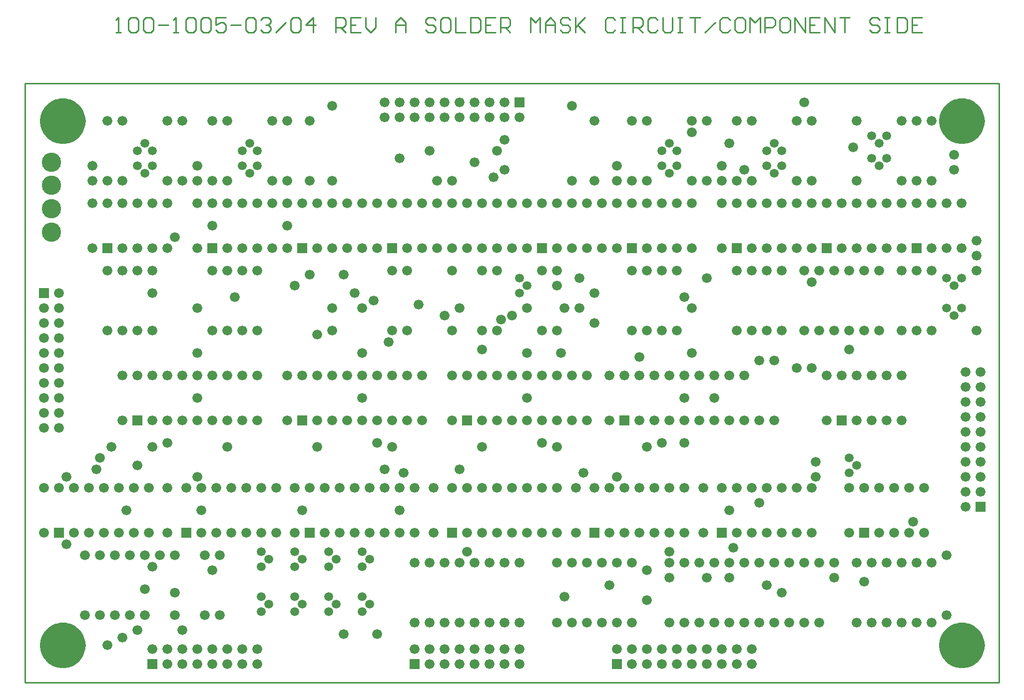
<source format=gbs>
*%FSLAX23Y23*%
*%MOIN*%
G01*
%ADD11C,0.006*%
%ADD12C,0.007*%
%ADD13C,0.008*%
%ADD14C,0.010*%
%ADD15C,0.012*%
%ADD16C,0.020*%
%ADD17C,0.032*%
%ADD18C,0.036*%
%ADD19C,0.050*%
%ADD20C,0.052*%
%ADD21C,0.055*%
%ADD22C,0.056*%
%ADD23C,0.059*%
%ADD24C,0.062*%
%ADD25C,0.066*%
%ADD26C,0.070*%
%ADD27C,0.090*%
%ADD28C,0.125*%
%ADD29C,0.129*%
%ADD30C,0.140*%
%ADD31C,0.160*%
%ADD32C,0.250*%
%ADD33R,0.062X0.062*%
%ADD34R,0.066X0.066*%
D14*
X6799Y10183D02*
X6832D01*
X6816D01*
Y10283D01*
X6817D01*
X6816D02*
X6799Y10266D01*
X6882D02*
X6899Y10283D01*
X6932D01*
X6949Y10266D01*
Y10200D01*
X6932Y10183D01*
X6899D01*
X6882Y10200D01*
Y10266D01*
X6982D02*
X6999Y10283D01*
X7032D01*
X7049Y10266D01*
Y10200D01*
X7032Y10183D01*
X6999D01*
X6982Y10200D01*
Y10266D01*
X7082Y10233D02*
X7149D01*
X7182Y10183D02*
X7216D01*
X7199D01*
Y10283D01*
X7200D01*
X7199D02*
X7182Y10266D01*
X7266D02*
X7282Y10283D01*
X7316D01*
X7332Y10266D01*
Y10200D01*
X7316Y10183D01*
X7282D01*
X7266Y10200D01*
Y10266D01*
X7365D02*
X7382Y10283D01*
X7415D01*
X7432Y10266D01*
Y10200D01*
X7415Y10183D01*
X7382D01*
X7365Y10200D01*
Y10266D01*
X7465Y10283D02*
X7532D01*
X7465D02*
Y10233D01*
X7499Y10250D01*
X7515D01*
X7532Y10233D01*
Y10200D01*
X7515Y10183D01*
X7482D01*
X7465Y10200D01*
X7565Y10233D02*
X7632D01*
X7665Y10266D02*
X7682Y10283D01*
X7715D01*
X7732Y10266D01*
Y10200D01*
X7715Y10183D01*
X7682D01*
X7665Y10200D01*
Y10266D01*
X7765D02*
X7782Y10283D01*
X7815D01*
X7832Y10266D01*
Y10250D01*
X7833D01*
X7832D02*
X7833D01*
X7832D02*
X7833D01*
X7832D02*
X7815Y10233D01*
X7799D01*
X7815D01*
X7832Y10216D01*
Y10200D01*
X7815Y10183D01*
X7782D01*
X7765Y10200D01*
X7865Y10183D02*
X7932Y10250D01*
X7965Y10266D02*
X7982Y10283D01*
X8015D01*
X8032Y10266D01*
Y10200D01*
X8015Y10183D01*
X7982D01*
X7965Y10200D01*
Y10266D01*
X8115Y10283D02*
Y10183D01*
X8065Y10233D02*
X8115Y10283D01*
X8132Y10233D02*
X8065D01*
X8265Y10183D02*
Y10283D01*
X8315D01*
X8332Y10266D01*
Y10233D01*
X8315Y10216D01*
X8265D01*
X8299D02*
X8332Y10183D01*
X8365Y10283D02*
X8432D01*
X8365D02*
Y10183D01*
X8432D01*
X8398Y10233D02*
X8365D01*
X8465Y10216D02*
Y10283D01*
Y10216D02*
X8498Y10183D01*
X8532Y10216D01*
Y10283D01*
X8665Y10250D02*
Y10183D01*
Y10250D02*
X8698Y10283D01*
X8732Y10250D01*
Y10183D01*
Y10233D01*
X8665D01*
X8915Y10283D02*
X8932Y10266D01*
X8915Y10283D02*
X8882D01*
X8865Y10266D01*
Y10250D01*
X8882Y10233D01*
X8915D01*
X8932Y10216D01*
Y10200D01*
X8915Y10183D01*
X8882D01*
X8865Y10200D01*
X8982Y10283D02*
X9015D01*
X8982D02*
X8965Y10266D01*
Y10200D01*
X8982Y10183D01*
X9015D01*
X9032Y10200D01*
Y10266D01*
X9015Y10283D01*
X9065D02*
Y10183D01*
X9132D01*
X9165D02*
Y10283D01*
Y10183D02*
X9215D01*
X9232Y10200D01*
Y10266D01*
X9215Y10283D01*
X9165D01*
X9265D02*
X9332D01*
X9265D02*
Y10183D01*
X9332D01*
X9298Y10233D02*
X9265D01*
X9365Y10183D02*
Y10283D01*
X9415D01*
X9431Y10266D01*
Y10233D01*
X9415Y10216D01*
X9365D01*
X9398D02*
X9431Y10183D01*
X9565D02*
Y10283D01*
X9598Y10250D01*
X9631Y10283D01*
Y10183D01*
X9665D02*
Y10250D01*
X9698Y10283D01*
X9731Y10250D01*
Y10183D01*
Y10233D01*
X9665D01*
X9815Y10283D02*
X9831Y10266D01*
X9815Y10283D02*
X9781D01*
X9765Y10266D01*
Y10250D01*
X9781Y10233D01*
X9815D01*
X9831Y10216D01*
Y10200D01*
X9815Y10183D01*
X9781D01*
X9765Y10200D01*
X9865Y10183D02*
Y10283D01*
Y10216D02*
Y10183D01*
Y10216D02*
X9931Y10283D01*
X9881Y10233D01*
X9931Y10183D01*
X10115Y10283D02*
X10131Y10266D01*
X10115Y10283D02*
X10081D01*
X10065Y10266D01*
Y10200D01*
X10081Y10183D01*
X10115D01*
X10131Y10200D01*
X10165Y10283D02*
X10198D01*
X10181D01*
Y10183D01*
X10165D01*
X10198D01*
X10248D02*
Y10283D01*
X10298D01*
X10315Y10266D01*
Y10233D01*
X10298Y10216D01*
X10248D01*
X10281D02*
X10315Y10183D01*
X10414Y10266D02*
X10398Y10283D01*
X10365D01*
X10348Y10266D01*
Y10200D01*
X10365Y10183D01*
X10398D01*
X10414Y10200D01*
X10448D02*
Y10283D01*
Y10200D02*
X10464Y10183D01*
X10498D01*
X10514Y10200D01*
Y10283D01*
X10548D02*
X10581D01*
X10564D01*
Y10183D01*
X10548D01*
X10581D01*
X10631Y10283D02*
X10698D01*
X10664D01*
Y10183D01*
X10731D02*
X10798Y10250D01*
X10881Y10283D02*
X10898Y10266D01*
X10881Y10283D02*
X10848D01*
X10831Y10266D01*
Y10200D01*
X10848Y10183D01*
X10881D01*
X10898Y10200D01*
X10948Y10283D02*
X10981D01*
X10948D02*
X10931Y10266D01*
Y10200D01*
X10948Y10183D01*
X10981D01*
X10998Y10200D01*
Y10266D01*
X10981Y10283D01*
X11031D02*
Y10183D01*
X11064Y10250D02*
X11031Y10283D01*
X11064Y10250D02*
X11098Y10283D01*
Y10183D01*
X11131D02*
Y10283D01*
X11181D01*
X11198Y10266D01*
Y10233D01*
X11181Y10216D01*
X11131D01*
X11248Y10283D02*
X11281D01*
X11248D02*
X11231Y10266D01*
Y10200D01*
X11248Y10183D01*
X11281D01*
X11298Y10200D01*
Y10266D01*
X11281Y10283D01*
X11331D02*
Y10183D01*
X11398D02*
X11331Y10283D01*
X11398D02*
Y10183D01*
X11431Y10283D02*
X11497D01*
X11431D02*
Y10183D01*
X11497D01*
X11464Y10233D02*
X11431D01*
X11531Y10183D02*
Y10283D01*
X11597Y10183D01*
Y10283D01*
X11631D02*
X11697D01*
X11664D01*
Y10183D01*
X11881Y10283D02*
X11897Y10266D01*
X11881Y10283D02*
X11847D01*
X11831Y10266D01*
Y10250D01*
X11847Y10233D01*
X11881D01*
X11897Y10216D01*
Y10200D01*
X11881Y10183D01*
X11847D01*
X11831Y10200D01*
X11931Y10283D02*
X11964D01*
X11947D01*
Y10183D01*
X11931D01*
X11964D01*
X12014D02*
Y10283D01*
Y10183D02*
X12064D01*
X12081Y10200D01*
Y10266D01*
X12064Y10283D01*
X12014D01*
X12114D02*
X12181D01*
X12114D02*
Y10183D01*
X12181D01*
X12147Y10233D02*
X12114D01*
X12694Y9843D02*
X6194D01*
Y5843D02*
X12694D01*
Y9843D01*
X6194D02*
Y5843D01*
D19*
X6317Y6093D02*
X6318D01*
X6317D02*
X6317Y6083D01*
X6319Y6073D01*
X6321Y6063D01*
X6324Y6053D01*
X6327Y6043D01*
X6332Y6034D01*
X6337Y6025D01*
X6342Y6017D01*
X6349Y6009D01*
X6356Y6001D01*
X6364Y5995D01*
X6372Y5988D01*
X6380Y5983D01*
X6390Y5978D01*
X6399Y5974D01*
X6409Y5971D01*
X6419Y5969D01*
X6429Y5967D01*
X6439Y5966D01*
X6449D01*
X6459Y5967D01*
X6469Y5969D01*
X6479Y5971D01*
X6489Y5974D01*
X6498Y5978D01*
X6508Y5983D01*
X6516Y5988D01*
X6524Y5995D01*
X6532Y6001D01*
X6539Y6009D01*
X6546Y6017D01*
X6551Y6025D01*
X6556Y6034D01*
X6561Y6043D01*
X6564Y6053D01*
X6567Y6063D01*
X6569Y6073D01*
X6571Y6083D01*
X6571Y6093D01*
X6572D01*
X6571D02*
X6571Y6103D01*
X6569Y6113D01*
X6567Y6123D01*
X6564Y6133D01*
X6561Y6143D01*
X6556Y6152D01*
X6551Y6161D01*
X6546Y6169D01*
X6539Y6177D01*
X6532Y6185D01*
X6524Y6191D01*
X6516Y6198D01*
X6508Y6203D01*
X6498Y6208D01*
X6489Y6212D01*
X6479Y6215D01*
X6469Y6217D01*
X6459Y6219D01*
X6449Y6220D01*
X6439D01*
X6429Y6219D01*
X6419Y6217D01*
X6409Y6215D01*
X6399Y6212D01*
X6390Y6208D01*
X6380Y6203D01*
X6372Y6198D01*
X6364Y6191D01*
X6356Y6185D01*
X6349Y6177D01*
X6342Y6169D01*
X6337Y6161D01*
X6332Y6152D01*
X6327Y6143D01*
X6324Y6133D01*
X6321Y6123D01*
X6319Y6113D01*
X6317Y6103D01*
X6317Y6093D01*
X6365D02*
X6366D01*
X6365D02*
X6366Y6084D01*
X6367Y6075D01*
X6370Y6066D01*
X6373Y6058D01*
X6378Y6050D01*
X6383Y6042D01*
X6390Y6036D01*
X6397Y6030D01*
X6404Y6025D01*
X6413Y6020D01*
X6421Y6017D01*
X6430Y6015D01*
X6439Y6014D01*
X6449D01*
X6458Y6015D01*
X6467Y6017D01*
X6475Y6020D01*
X6484Y6025D01*
X6491Y6030D01*
X6498Y6036D01*
X6505Y6042D01*
X6510Y6050D01*
X6515Y6058D01*
X6518Y6066D01*
X6521Y6075D01*
X6522Y6084D01*
X6523Y6093D01*
X6524D01*
X6523D02*
X6522Y6102D01*
X6521Y6111D01*
X6518Y6120D01*
X6515Y6128D01*
X6510Y6136D01*
X6505Y6144D01*
X6498Y6150D01*
X6491Y6156D01*
X6484Y6161D01*
X6475Y6166D01*
X6467Y6169D01*
X6458Y6171D01*
X6449Y6172D01*
X6439D01*
X6430Y6171D01*
X6421Y6169D01*
X6413Y6166D01*
X6404Y6161D01*
X6397Y6156D01*
X6390Y6150D01*
X6383Y6144D01*
X6378Y6136D01*
X6373Y6128D01*
X6370Y6120D01*
X6367Y6111D01*
X6366Y6102D01*
X6365Y6093D01*
X6413D02*
X6414D01*
X6413D02*
X6414Y6087D01*
X6416Y6080D01*
X6419Y6075D01*
X6423Y6070D01*
X6428Y6066D01*
X6434Y6064D01*
X6441Y6062D01*
X6447D01*
X6454Y6064D01*
X6460Y6066D01*
X6465Y6070D01*
X6469Y6075D01*
X6472Y6080D01*
X6474Y6087D01*
X6475Y6093D01*
X6476D01*
X6475D02*
X6474Y6099D01*
X6472Y6106D01*
X6469Y6111D01*
X6465Y6116D01*
X6460Y6120D01*
X6454Y6122D01*
X6447Y6124D01*
X6441D01*
X6434Y6122D01*
X6428Y6120D01*
X6423Y6116D01*
X6419Y6111D01*
X6416Y6106D01*
X6414Y6099D01*
X6413Y6093D01*
X6444D02*
D03*
X6317Y9593D02*
X6318D01*
X6317D02*
X6317Y9583D01*
X6319Y9573D01*
X6321Y9563D01*
X6324Y9553D01*
X6327Y9543D01*
X6332Y9534D01*
X6337Y9525D01*
X6342Y9517D01*
X6349Y9509D01*
X6356Y9501D01*
X6364Y9495D01*
X6372Y9488D01*
X6380Y9483D01*
X6390Y9478D01*
X6399Y9474D01*
X6409Y9471D01*
X6419Y9469D01*
X6429Y9467D01*
X6439Y9466D01*
X6449D01*
X6459Y9467D01*
X6469Y9469D01*
X6479Y9471D01*
X6489Y9474D01*
X6498Y9478D01*
X6508Y9483D01*
X6516Y9488D01*
X6524Y9495D01*
X6532Y9501D01*
X6539Y9509D01*
X6546Y9517D01*
X6551Y9525D01*
X6556Y9534D01*
X6561Y9543D01*
X6564Y9553D01*
X6567Y9563D01*
X6569Y9573D01*
X6571Y9583D01*
X6571Y9593D01*
X6572D01*
X6571D02*
X6571Y9603D01*
X6569Y9613D01*
X6567Y9623D01*
X6564Y9633D01*
X6561Y9643D01*
X6556Y9652D01*
X6551Y9661D01*
X6546Y9669D01*
X6539Y9677D01*
X6532Y9685D01*
X6524Y9691D01*
X6516Y9698D01*
X6508Y9703D01*
X6498Y9708D01*
X6489Y9712D01*
X6479Y9715D01*
X6469Y9717D01*
X6459Y9719D01*
X6449Y9720D01*
X6439D01*
X6429Y9719D01*
X6419Y9717D01*
X6409Y9715D01*
X6399Y9712D01*
X6390Y9708D01*
X6380Y9703D01*
X6372Y9698D01*
X6364Y9691D01*
X6356Y9685D01*
X6349Y9677D01*
X6342Y9669D01*
X6337Y9661D01*
X6332Y9652D01*
X6327Y9643D01*
X6324Y9633D01*
X6321Y9623D01*
X6319Y9613D01*
X6317Y9603D01*
X6317Y9593D01*
X6365D02*
X6366D01*
X6365D02*
X6366Y9584D01*
X6367Y9575D01*
X6370Y9566D01*
X6373Y9558D01*
X6378Y9550D01*
X6383Y9542D01*
X6390Y9536D01*
X6397Y9530D01*
X6404Y9525D01*
X6413Y9520D01*
X6421Y9517D01*
X6430Y9515D01*
X6439Y9514D01*
X6449D01*
X6458Y9515D01*
X6467Y9517D01*
X6475Y9520D01*
X6484Y9525D01*
X6491Y9530D01*
X6498Y9536D01*
X6505Y9542D01*
X6510Y9550D01*
X6515Y9558D01*
X6518Y9566D01*
X6521Y9575D01*
X6522Y9584D01*
X6523Y9593D01*
X6524D01*
X6523D02*
X6522Y9602D01*
X6521Y9611D01*
X6518Y9620D01*
X6515Y9628D01*
X6510Y9636D01*
X6505Y9644D01*
X6498Y9650D01*
X6491Y9656D01*
X6484Y9661D01*
X6475Y9666D01*
X6467Y9669D01*
X6458Y9671D01*
X6449Y9672D01*
X6439D01*
X6430Y9671D01*
X6421Y9669D01*
X6413Y9666D01*
X6404Y9661D01*
X6397Y9656D01*
X6390Y9650D01*
X6383Y9644D01*
X6378Y9636D01*
X6373Y9628D01*
X6370Y9620D01*
X6367Y9611D01*
X6366Y9602D01*
X6365Y9593D01*
X6413D02*
X6414D01*
X6413D02*
X6414Y9587D01*
X6416Y9580D01*
X6419Y9575D01*
X6423Y9570D01*
X6428Y9566D01*
X6434Y9564D01*
X6441Y9562D01*
X6447D01*
X6454Y9564D01*
X6460Y9566D01*
X6465Y9570D01*
X6469Y9575D01*
X6472Y9580D01*
X6474Y9587D01*
X6475Y9593D01*
X6476D01*
X6475D02*
X6474Y9599D01*
X6472Y9606D01*
X6469Y9611D01*
X6465Y9616D01*
X6460Y9620D01*
X6454Y9622D01*
X6447Y9624D01*
X6441D01*
X6434Y9622D01*
X6428Y9620D01*
X6423Y9616D01*
X6419Y9611D01*
X6416Y9606D01*
X6414Y9599D01*
X6413Y9593D01*
X6444D02*
D03*
X12317Y6093D02*
X12318D01*
X12317D02*
X12317Y6083D01*
X12319Y6073D01*
X12321Y6063D01*
X12324Y6053D01*
X12327Y6043D01*
X12332Y6034D01*
X12337Y6025D01*
X12342Y6017D01*
X12349Y6009D01*
X12356Y6001D01*
X12364Y5995D01*
X12372Y5988D01*
X12380Y5983D01*
X12390Y5978D01*
X12399Y5974D01*
X12409Y5971D01*
X12419Y5969D01*
X12429Y5967D01*
X12439Y5966D01*
X12449D01*
X12459Y5967D01*
X12469Y5969D01*
X12479Y5971D01*
X12489Y5974D01*
X12498Y5978D01*
X12508Y5983D01*
X12516Y5988D01*
X12524Y5995D01*
X12532Y6001D01*
X12539Y6009D01*
X12546Y6017D01*
X12551Y6025D01*
X12556Y6034D01*
X12561Y6043D01*
X12564Y6053D01*
X12567Y6063D01*
X12569Y6073D01*
X12571Y6083D01*
X12571Y6093D01*
X12572D01*
X12571D02*
X12571Y6103D01*
X12569Y6113D01*
X12567Y6123D01*
X12564Y6133D01*
X12561Y6143D01*
X12556Y6152D01*
X12551Y6161D01*
X12546Y6169D01*
X12539Y6177D01*
X12532Y6185D01*
X12524Y6191D01*
X12516Y6198D01*
X12508Y6203D01*
X12498Y6208D01*
X12489Y6212D01*
X12479Y6215D01*
X12469Y6217D01*
X12459Y6219D01*
X12449Y6220D01*
X12439D01*
X12429Y6219D01*
X12419Y6217D01*
X12409Y6215D01*
X12399Y6212D01*
X12390Y6208D01*
X12380Y6203D01*
X12372Y6198D01*
X12364Y6191D01*
X12356Y6185D01*
X12349Y6177D01*
X12342Y6169D01*
X12337Y6161D01*
X12332Y6152D01*
X12327Y6143D01*
X12324Y6133D01*
X12321Y6123D01*
X12319Y6113D01*
X12317Y6103D01*
X12317Y6093D01*
X12365D02*
X12366D01*
X12365D02*
X12366Y6084D01*
X12367Y6075D01*
X12370Y6066D01*
X12373Y6058D01*
X12378Y6050D01*
X12383Y6042D01*
X12390Y6036D01*
X12397Y6030D01*
X12404Y6025D01*
X12413Y6020D01*
X12421Y6017D01*
X12430Y6015D01*
X12439Y6014D01*
X12449D01*
X12458Y6015D01*
X12467Y6017D01*
X12475Y6020D01*
X12484Y6025D01*
X12491Y6030D01*
X12498Y6036D01*
X12505Y6042D01*
X12510Y6050D01*
X12515Y6058D01*
X12518Y6066D01*
X12521Y6075D01*
X12522Y6084D01*
X12523Y6093D01*
X12524D01*
X12523D02*
X12522Y6102D01*
X12521Y6111D01*
X12518Y6120D01*
X12515Y6128D01*
X12510Y6136D01*
X12505Y6144D01*
X12498Y6150D01*
X12491Y6156D01*
X12484Y6161D01*
X12475Y6166D01*
X12467Y6169D01*
X12458Y6171D01*
X12449Y6172D01*
X12439D01*
X12430Y6171D01*
X12421Y6169D01*
X12413Y6166D01*
X12404Y6161D01*
X12397Y6156D01*
X12390Y6150D01*
X12383Y6144D01*
X12378Y6136D01*
X12373Y6128D01*
X12370Y6120D01*
X12367Y6111D01*
X12366Y6102D01*
X12365Y6093D01*
X12413D02*
X12414D01*
X12413D02*
X12414Y6087D01*
X12416Y6080D01*
X12419Y6075D01*
X12423Y6070D01*
X12428Y6066D01*
X12434Y6064D01*
X12441Y6062D01*
X12447D01*
X12454Y6064D01*
X12460Y6066D01*
X12465Y6070D01*
X12469Y6075D01*
X12472Y6080D01*
X12474Y6087D01*
X12475Y6093D01*
X12476D01*
X12475D02*
X12474Y6099D01*
X12472Y6106D01*
X12469Y6111D01*
X12465Y6116D01*
X12460Y6120D01*
X12454Y6122D01*
X12447Y6124D01*
X12441D01*
X12434Y6122D01*
X12428Y6120D01*
X12423Y6116D01*
X12419Y6111D01*
X12416Y6106D01*
X12414Y6099D01*
X12413Y6093D01*
X12444D02*
D03*
X12317Y9593D02*
X12318D01*
X12317D02*
X12317Y9583D01*
X12319Y9573D01*
X12321Y9563D01*
X12324Y9553D01*
X12327Y9543D01*
X12332Y9534D01*
X12337Y9525D01*
X12342Y9517D01*
X12349Y9509D01*
X12356Y9501D01*
X12364Y9495D01*
X12372Y9488D01*
X12380Y9483D01*
X12390Y9478D01*
X12399Y9474D01*
X12409Y9471D01*
X12419Y9469D01*
X12429Y9467D01*
X12439Y9466D01*
X12449D01*
X12459Y9467D01*
X12469Y9469D01*
X12479Y9471D01*
X12489Y9474D01*
X12498Y9478D01*
X12508Y9483D01*
X12516Y9488D01*
X12524Y9495D01*
X12532Y9501D01*
X12539Y9509D01*
X12546Y9517D01*
X12551Y9525D01*
X12556Y9534D01*
X12561Y9543D01*
X12564Y9553D01*
X12567Y9563D01*
X12569Y9573D01*
X12571Y9583D01*
X12571Y9593D01*
X12572D01*
X12571D02*
X12571Y9603D01*
X12569Y9613D01*
X12567Y9623D01*
X12564Y9633D01*
X12561Y9643D01*
X12556Y9652D01*
X12551Y9661D01*
X12546Y9669D01*
X12539Y9677D01*
X12532Y9685D01*
X12524Y9691D01*
X12516Y9698D01*
X12508Y9703D01*
X12498Y9708D01*
X12489Y9712D01*
X12479Y9715D01*
X12469Y9717D01*
X12459Y9719D01*
X12449Y9720D01*
X12439D01*
X12429Y9719D01*
X12419Y9717D01*
X12409Y9715D01*
X12399Y9712D01*
X12390Y9708D01*
X12380Y9703D01*
X12372Y9698D01*
X12364Y9691D01*
X12356Y9685D01*
X12349Y9677D01*
X12342Y9669D01*
X12337Y9661D01*
X12332Y9652D01*
X12327Y9643D01*
X12324Y9633D01*
X12321Y9623D01*
X12319Y9613D01*
X12317Y9603D01*
X12317Y9593D01*
X12365D02*
X12366D01*
X12365D02*
X12366Y9584D01*
X12367Y9575D01*
X12370Y9566D01*
X12373Y9558D01*
X12378Y9550D01*
X12383Y9542D01*
X12390Y9536D01*
X12397Y9530D01*
X12404Y9525D01*
X12413Y9520D01*
X12421Y9517D01*
X12430Y9515D01*
X12439Y9514D01*
X12449D01*
X12458Y9515D01*
X12467Y9517D01*
X12475Y9520D01*
X12484Y9525D01*
X12491Y9530D01*
X12498Y9536D01*
X12505Y9542D01*
X12510Y9550D01*
X12515Y9558D01*
X12518Y9566D01*
X12521Y9575D01*
X12522Y9584D01*
X12523Y9593D01*
X12524D01*
X12523D02*
X12522Y9602D01*
X12521Y9611D01*
X12518Y9620D01*
X12515Y9628D01*
X12510Y9636D01*
X12505Y9644D01*
X12498Y9650D01*
X12491Y9656D01*
X12484Y9661D01*
X12475Y9666D01*
X12467Y9669D01*
X12458Y9671D01*
X12449Y9672D01*
X12439D01*
X12430Y9671D01*
X12421Y9669D01*
X12413Y9666D01*
X12404Y9661D01*
X12397Y9656D01*
X12390Y9650D01*
X12383Y9644D01*
X12378Y9636D01*
X12373Y9628D01*
X12370Y9620D01*
X12367Y9611D01*
X12366Y9602D01*
X12365Y9593D01*
X12413D02*
X12414D01*
X12413D02*
X12414Y9587D01*
X12416Y9580D01*
X12419Y9575D01*
X12423Y9570D01*
X12428Y9566D01*
X12434Y9564D01*
X12441Y9562D01*
X12447D01*
X12454Y9564D01*
X12460Y9566D01*
X12465Y9570D01*
X12469Y9575D01*
X12472Y9580D01*
X12474Y9587D01*
X12475Y9593D01*
X12476D01*
X12475D02*
X12474Y9599D01*
X12472Y9606D01*
X12469Y9611D01*
X12465Y9616D01*
X12460Y9620D01*
X12454Y9622D01*
X12447Y9624D01*
X12441D01*
X12434Y9622D01*
X12428Y9620D01*
X12423Y9616D01*
X12419Y9611D01*
X12416Y9606D01*
X12414Y9599D01*
X12413Y9593D01*
X12444D02*
D03*
D23*
X7819Y6368D02*
D03*
X7769Y6418D02*
D03*
Y6318D02*
D03*
X8044Y6368D02*
D03*
X7994Y6418D02*
D03*
Y6318D02*
D03*
X8269Y6368D02*
D03*
X8219Y6418D02*
D03*
Y6318D02*
D03*
X8269Y6668D02*
D03*
X8219Y6718D02*
D03*
Y6618D02*
D03*
X8044Y6668D02*
D03*
X7994Y6718D02*
D03*
Y6618D02*
D03*
X7819Y6668D02*
D03*
X7769Y6718D02*
D03*
Y6618D02*
D03*
X7694Y9243D02*
D03*
X7744Y9293D02*
D03*
X7644D02*
D03*
X7694Y9443D02*
D03*
X7644Y9393D02*
D03*
X7744D02*
D03*
X6994Y9243D02*
D03*
X7044Y9293D02*
D03*
X6944D02*
D03*
X6994Y9443D02*
D03*
X6944Y9393D02*
D03*
X7044D02*
D03*
X8494Y6368D02*
D03*
X8444Y6418D02*
D03*
Y6318D02*
D03*
X8494Y6668D02*
D03*
X8444Y6718D02*
D03*
Y6618D02*
D03*
X9494Y8443D02*
D03*
X9544Y8493D02*
D03*
X9494Y8543D02*
D03*
X11194Y9243D02*
D03*
X11244Y9293D02*
D03*
X11144D02*
D03*
X11194Y9443D02*
D03*
X11144Y9393D02*
D03*
X11244D02*
D03*
X10494Y9243D02*
D03*
X10544Y9293D02*
D03*
X10444D02*
D03*
X10494Y9443D02*
D03*
X10444Y9393D02*
D03*
X10544D02*
D03*
X11694Y7243D02*
D03*
X11744Y7293D02*
D03*
X11694Y7343D02*
D03*
X11894Y9443D02*
D03*
X11944Y9493D02*
D03*
X11844D02*
D03*
X11894Y9293D02*
D03*
X11944Y9343D02*
D03*
X11844D02*
D03*
X12394Y8493D02*
D03*
X12444Y8543D02*
D03*
X12344D02*
D03*
X12394Y8293D02*
D03*
X12444Y8343D02*
D03*
X12344D02*
D03*
D25*
X12119Y6918D02*
D03*
X11794Y6518D02*
D03*
X11694Y8068D02*
D03*
X11719Y9418D02*
D03*
X11394Y9718D02*
D03*
X11444Y8518D02*
D03*
X11244Y6443D02*
D03*
X11094Y7043D02*
D03*
X11144Y6493D02*
D03*
X10919Y6743D02*
D03*
X10894Y6543D02*
D03*
Y6993D02*
D03*
Y9443D02*
D03*
X10994Y9268D02*
D03*
X10744Y6543D02*
D03*
X10794Y7743D02*
D03*
X10744Y8543D02*
D03*
X10594Y7443D02*
D03*
X10494Y6543D02*
D03*
Y6718D02*
D03*
X10594Y7743D02*
D03*
X10644Y9518D02*
D03*
X10594Y8418D02*
D03*
X10344Y7418D02*
D03*
X10444Y7443D02*
D03*
X10294Y8018D02*
D03*
X10094Y6493D02*
D03*
X10144Y7218D02*
D03*
X9919Y7243D02*
D03*
X9894Y8543D02*
D03*
X9794Y6418D02*
D03*
X9744Y7418D02*
D03*
X9769Y8043D02*
D03*
X9744Y8493D02*
D03*
X9794Y8343D02*
D03*
X9544Y7743D02*
D03*
X9644Y7443D02*
D03*
X9319Y9218D02*
D03*
X9394Y9268D02*
D03*
X9344Y9393D02*
D03*
X9394Y9468D02*
D03*
X9369Y8268D02*
D03*
X9444Y8293D02*
D03*
X9244Y7418D02*
D03*
X9144Y6718D02*
D03*
X9194Y9318D02*
D03*
X9244Y8068D02*
D03*
X9094Y7268D02*
D03*
Y8343D02*
D03*
X9044Y9193D02*
D03*
X8944D02*
D03*
X8994Y8293D02*
D03*
X8719Y7243D02*
D03*
X8894Y9393D02*
D03*
X8819Y8368D02*
D03*
X8694Y6993D02*
D03*
X8544Y6168D02*
D03*
X8594Y7268D02*
D03*
X8644Y7418D02*
D03*
X8544Y7443D02*
D03*
X8694Y9343D02*
D03*
X8619Y8118D02*
D03*
X8444Y7743D02*
D03*
X8519Y8393D02*
D03*
X8394Y8443D02*
D03*
X8144Y7418D02*
D03*
X8244Y8193D02*
D03*
X8144Y8168D02*
D03*
X8244Y8343D02*
D03*
X8319Y6168D02*
D03*
Y8568D02*
D03*
X8044Y6993D02*
D03*
X7944Y8893D02*
D03*
X7994Y8493D02*
D03*
X8094Y8568D02*
D03*
X7544Y7418D02*
D03*
X7594Y8418D02*
D03*
X7369Y6993D02*
D03*
X7444Y6593D02*
D03*
Y8893D02*
D03*
X7244Y6193D02*
D03*
X7344Y7743D02*
D03*
Y7218D02*
D03*
X7194Y6443D02*
D03*
Y8818D02*
D03*
X7144Y7443D02*
D03*
X6994Y6468D02*
D03*
X7094Y6693D02*
D03*
X7044Y7418D02*
D03*
Y6618D02*
D03*
Y8443D02*
D03*
X6944Y6193D02*
D03*
X6844Y6143D02*
D03*
X6944Y7293D02*
D03*
X6769Y7418D02*
D03*
X6869Y6993D02*
D03*
X6744Y6093D02*
D03*
X6669Y7268D02*
D03*
X6694Y7343D02*
D03*
X6469Y7218D02*
D03*
Y6768D02*
D03*
X6594Y6293D02*
D03*
Y6693D02*
D03*
X6694Y6293D02*
D03*
Y6693D02*
D03*
X6319Y6843D02*
D03*
Y7143D02*
D03*
X6419D02*
D03*
X6519D02*
D03*
X6619D02*
D03*
X6719D02*
D03*
X6819D02*
D03*
X6919D02*
D03*
X7019D02*
D03*
Y6843D02*
D03*
X6919D02*
D03*
X6819D02*
D03*
X6719D02*
D03*
X6619D02*
D03*
X6519D02*
D03*
X6419Y8443D02*
D03*
X6319Y8343D02*
D03*
X6419D02*
D03*
X6319Y8243D02*
D03*
X6419D02*
D03*
X6319Y8143D02*
D03*
X6419D02*
D03*
X6319Y8043D02*
D03*
X6419D02*
D03*
X6319Y7943D02*
D03*
X6419D02*
D03*
X6319Y7843D02*
D03*
X6419D02*
D03*
X6319Y7743D02*
D03*
X6419D02*
D03*
X6319Y7643D02*
D03*
X6419D02*
D03*
X6319Y7543D02*
D03*
X6419D02*
D03*
X6644Y8743D02*
D03*
Y9043D02*
D03*
Y9293D02*
D03*
Y9193D02*
D03*
X6744Y8593D02*
D03*
Y8193D02*
D03*
Y9043D02*
D03*
X6844D02*
D03*
X6944D02*
D03*
X7044D02*
D03*
Y8743D02*
D03*
X6944D02*
D03*
X6844D02*
D03*
X6744Y9193D02*
D03*
Y9593D02*
D03*
X7044Y6068D02*
D03*
X7144Y5968D02*
D03*
Y6068D02*
D03*
X7244Y5968D02*
D03*
Y6068D02*
D03*
X7344Y5968D02*
D03*
Y6068D02*
D03*
X7444Y5968D02*
D03*
Y6068D02*
D03*
X7544Y5968D02*
D03*
Y6068D02*
D03*
X7644Y5968D02*
D03*
Y6068D02*
D03*
X7744Y5968D02*
D03*
Y6068D02*
D03*
X7494Y6293D02*
D03*
Y6693D02*
D03*
X8094Y7143D02*
D03*
X8194D02*
D03*
X8294D02*
D03*
X8394D02*
D03*
X8494D02*
D03*
X8594D02*
D03*
X8694D02*
D03*
X8794D02*
D03*
Y6843D02*
D03*
X8694D02*
D03*
X8594D02*
D03*
X8494D02*
D03*
X8394D02*
D03*
X8294D02*
D03*
X8194D02*
D03*
X7994D02*
D03*
Y7143D02*
D03*
X6794Y6293D02*
D03*
Y6693D02*
D03*
X6994Y6293D02*
D03*
Y6693D02*
D03*
X7194Y6293D02*
D03*
Y6693D02*
D03*
X6894Y6293D02*
D03*
Y6693D02*
D03*
X7394Y6293D02*
D03*
Y6693D02*
D03*
X8044Y7893D02*
D03*
X8144D02*
D03*
X8244D02*
D03*
X8344D02*
D03*
X8444D02*
D03*
X8544D02*
D03*
X8644D02*
D03*
X8744D02*
D03*
Y7593D02*
D03*
X8644D02*
D03*
X8544D02*
D03*
X8444D02*
D03*
X8344D02*
D03*
X8244D02*
D03*
X8144D02*
D03*
X7944D02*
D03*
Y7893D02*
D03*
X7744D02*
D03*
Y7593D02*
D03*
X6944Y7893D02*
D03*
X7044D02*
D03*
X7144D02*
D03*
X7244D02*
D03*
X7344D02*
D03*
X7444D02*
D03*
X7544D02*
D03*
X7644D02*
D03*
Y7593D02*
D03*
X7544D02*
D03*
X7444D02*
D03*
X7344D02*
D03*
X7244D02*
D03*
X7144D02*
D03*
X7044D02*
D03*
X6844D02*
D03*
Y7893D02*
D03*
X7144Y6843D02*
D03*
Y7143D02*
D03*
X7269D02*
D03*
X7369D02*
D03*
X7469D02*
D03*
X7569D02*
D03*
X7669D02*
D03*
X7769D02*
D03*
X7869D02*
D03*
Y6843D02*
D03*
X7769D02*
D03*
X7669D02*
D03*
X7569D02*
D03*
X7469D02*
D03*
X7369D02*
D03*
X7344Y8343D02*
D03*
Y8043D02*
D03*
X7944Y9593D02*
D03*
Y9193D02*
D03*
X7444Y8593D02*
D03*
Y8193D02*
D03*
X7544Y8593D02*
D03*
Y8193D02*
D03*
X7644Y8593D02*
D03*
Y8193D02*
D03*
X7744Y8593D02*
D03*
Y8193D02*
D03*
X8244Y9693D02*
D03*
Y9193D02*
D03*
X7144Y9043D02*
D03*
Y8743D02*
D03*
X7344Y9293D02*
D03*
Y9193D02*
D03*
X7444Y9043D02*
D03*
X7544D02*
D03*
X7644D02*
D03*
X7744D02*
D03*
Y8743D02*
D03*
X7644D02*
D03*
X7544D02*
D03*
X7244Y9593D02*
D03*
Y9193D02*
D03*
X6844Y8593D02*
D03*
Y8193D02*
D03*
X6944Y8593D02*
D03*
Y8193D02*
D03*
X7044Y8593D02*
D03*
Y8193D02*
D03*
X7344Y8743D02*
D03*
Y9043D02*
D03*
X7844D02*
D03*
Y8743D02*
D03*
X7944D02*
D03*
Y9043D02*
D03*
X8044D02*
D03*
X8144D02*
D03*
X8244D02*
D03*
X8344D02*
D03*
Y8743D02*
D03*
X8244D02*
D03*
X8144D02*
D03*
X8094Y9193D02*
D03*
Y9593D02*
D03*
X7844Y9193D02*
D03*
Y9593D02*
D03*
X7544Y9193D02*
D03*
Y9593D02*
D03*
X7444Y9193D02*
D03*
Y9593D02*
D03*
X7144Y9193D02*
D03*
Y9593D02*
D03*
X6844Y9193D02*
D03*
Y9593D02*
D03*
X9744Y6243D02*
D03*
Y6643D02*
D03*
X8794Y6068D02*
D03*
X8894Y5968D02*
D03*
Y6068D02*
D03*
X8994Y5968D02*
D03*
Y6068D02*
D03*
X9094Y5968D02*
D03*
Y6068D02*
D03*
X9194Y5968D02*
D03*
Y6068D02*
D03*
X9294Y5968D02*
D03*
Y6068D02*
D03*
X9394Y5968D02*
D03*
Y6068D02*
D03*
X9494Y5968D02*
D03*
Y6068D02*
D03*
X9844Y6643D02*
D03*
Y6243D02*
D03*
X9494D02*
D03*
Y6643D02*
D03*
X9394Y6243D02*
D03*
Y6643D02*
D03*
X9294Y6243D02*
D03*
Y6643D02*
D03*
X9194Y6243D02*
D03*
Y6643D02*
D03*
X9094Y6243D02*
D03*
Y6643D02*
D03*
X8994Y6243D02*
D03*
Y6643D02*
D03*
X8894Y6243D02*
D03*
Y6643D02*
D03*
X8794Y6243D02*
D03*
Y6643D02*
D03*
X9144Y7893D02*
D03*
X9244D02*
D03*
X9344D02*
D03*
X9444D02*
D03*
X9544D02*
D03*
X9644D02*
D03*
X9744D02*
D03*
X9844D02*
D03*
Y7593D02*
D03*
X9744D02*
D03*
X9644D02*
D03*
X9544D02*
D03*
X9444D02*
D03*
X9344D02*
D03*
X9244D02*
D03*
X9044D02*
D03*
Y7893D02*
D03*
X8844D02*
D03*
Y7593D02*
D03*
X9869Y6843D02*
D03*
Y7143D02*
D03*
X9044D02*
D03*
X9144D02*
D03*
X9244D02*
D03*
X9344D02*
D03*
X9444D02*
D03*
X9544D02*
D03*
X9644D02*
D03*
X9744D02*
D03*
Y6843D02*
D03*
X9644D02*
D03*
X9544D02*
D03*
X9444D02*
D03*
X9344D02*
D03*
X9244D02*
D03*
X9144D02*
D03*
X8919D02*
D03*
Y7143D02*
D03*
X9044Y8593D02*
D03*
Y8193D02*
D03*
X9644Y8593D02*
D03*
Y8193D02*
D03*
X9744Y8593D02*
D03*
Y8193D02*
D03*
X9844Y9693D02*
D03*
Y9193D02*
D03*
X9244Y8593D02*
D03*
Y8193D02*
D03*
X9344Y8593D02*
D03*
Y8193D02*
D03*
X8744Y8593D02*
D03*
Y8193D02*
D03*
X8644Y8593D02*
D03*
Y8193D02*
D03*
X8444Y9043D02*
D03*
Y8743D02*
D03*
X8544D02*
D03*
Y9043D02*
D03*
X9444D02*
D03*
Y8743D02*
D03*
X9544D02*
D03*
Y9043D02*
D03*
X8644D02*
D03*
X8744D02*
D03*
X8844D02*
D03*
X8944D02*
D03*
X9044D02*
D03*
X9144D02*
D03*
X9244D02*
D03*
X9344D02*
D03*
Y8743D02*
D03*
X9244D02*
D03*
X9144D02*
D03*
X9044D02*
D03*
X8944D02*
D03*
X8844D02*
D03*
X8744D02*
D03*
X9644Y9043D02*
D03*
X9744D02*
D03*
X9844D02*
D03*
X9944D02*
D03*
Y8743D02*
D03*
X9844D02*
D03*
X9744D02*
D03*
X8444Y8343D02*
D03*
Y8043D02*
D03*
X9544Y8343D02*
D03*
Y8043D02*
D03*
X9494Y9618D02*
D03*
X9394Y9718D02*
D03*
Y9618D02*
D03*
X9294Y9718D02*
D03*
Y9618D02*
D03*
X9194Y9718D02*
D03*
Y9618D02*
D03*
X9094Y9718D02*
D03*
Y9618D02*
D03*
X8994Y9718D02*
D03*
Y9618D02*
D03*
X8894Y9718D02*
D03*
Y9618D02*
D03*
X8794Y9718D02*
D03*
Y9618D02*
D03*
X8694Y9718D02*
D03*
Y9618D02*
D03*
X8594Y9718D02*
D03*
Y9618D02*
D03*
X10344Y6593D02*
D03*
Y6393D02*
D03*
X10494Y6643D02*
D03*
Y6243D02*
D03*
X10144Y6068D02*
D03*
X10244Y5968D02*
D03*
Y6068D02*
D03*
X10344Y5968D02*
D03*
Y6068D02*
D03*
X10444Y5968D02*
D03*
Y6068D02*
D03*
X10544Y5968D02*
D03*
Y6068D02*
D03*
X10644Y5968D02*
D03*
Y6068D02*
D03*
X10744Y5968D02*
D03*
Y6068D02*
D03*
X10844Y5968D02*
D03*
Y6068D02*
D03*
X10944Y5968D02*
D03*
Y6068D02*
D03*
X11044Y5968D02*
D03*
Y6068D02*
D03*
X11194Y6643D02*
D03*
Y6243D02*
D03*
X11094D02*
D03*
Y6643D02*
D03*
X10794Y6243D02*
D03*
Y6643D02*
D03*
X10694D02*
D03*
Y6243D02*
D03*
X11444Y7943D02*
D03*
X11344D02*
D03*
X10244Y6243D02*
D03*
Y6643D02*
D03*
X10144D02*
D03*
Y6243D02*
D03*
X10044Y6643D02*
D03*
Y6243D02*
D03*
X9944D02*
D03*
Y6643D02*
D03*
X11394D02*
D03*
Y6243D02*
D03*
X9944Y7893D02*
D03*
Y7593D02*
D03*
X11294Y6243D02*
D03*
Y6643D02*
D03*
X10994D02*
D03*
Y6243D02*
D03*
X10894Y6643D02*
D03*
Y6243D02*
D03*
X10594D02*
D03*
Y6643D02*
D03*
X10094Y7593D02*
D03*
Y7893D02*
D03*
X10194D02*
D03*
X10294D02*
D03*
X10394D02*
D03*
X10494D02*
D03*
X10594D02*
D03*
X10694D02*
D03*
X10794D02*
D03*
X10894D02*
D03*
Y7593D02*
D03*
X10794D02*
D03*
X10694D02*
D03*
X10594D02*
D03*
X10494D02*
D03*
X10394D02*
D03*
X10294D02*
D03*
X10994Y7893D02*
D03*
Y7593D02*
D03*
X11094D02*
D03*
Y7993D02*
D03*
X11194D02*
D03*
Y7593D02*
D03*
X10844Y7143D02*
D03*
X10944D02*
D03*
X11044D02*
D03*
X11144D02*
D03*
X11244D02*
D03*
X11344D02*
D03*
X11444D02*
D03*
Y6843D02*
D03*
X11344D02*
D03*
X11244D02*
D03*
X11144D02*
D03*
X11044D02*
D03*
X10944D02*
D03*
X10719D02*
D03*
Y7143D02*
D03*
X9994D02*
D03*
X10094D02*
D03*
X10194D02*
D03*
X10294D02*
D03*
X10394D02*
D03*
X10494D02*
D03*
X10594D02*
D03*
Y6843D02*
D03*
X10494D02*
D03*
X10394D02*
D03*
X10294D02*
D03*
X10194D02*
D03*
X10094D02*
D03*
X10744Y9593D02*
D03*
Y9193D02*
D03*
X9994Y8443D02*
D03*
Y8243D02*
D03*
X9894Y8343D02*
D03*
X11394Y8593D02*
D03*
Y8193D02*
D03*
X10144Y9293D02*
D03*
Y9193D02*
D03*
X10544Y8593D02*
D03*
Y8193D02*
D03*
X10444Y8593D02*
D03*
Y8193D02*
D03*
X10244Y8593D02*
D03*
Y8193D02*
D03*
X10344Y8593D02*
D03*
Y8193D02*
D03*
X10844Y9293D02*
D03*
Y9193D02*
D03*
X10944Y8593D02*
D03*
Y8193D02*
D03*
X11244Y8593D02*
D03*
Y8193D02*
D03*
X11144Y8593D02*
D03*
Y8193D02*
D03*
X11044Y8593D02*
D03*
Y8193D02*
D03*
X10244Y9043D02*
D03*
X10344D02*
D03*
X10444D02*
D03*
X10544D02*
D03*
Y8743D02*
D03*
X10444D02*
D03*
X10344D02*
D03*
X11344Y9043D02*
D03*
Y8743D02*
D03*
X10844D02*
D03*
Y9043D02*
D03*
X10944D02*
D03*
X11044D02*
D03*
X11144D02*
D03*
X11244D02*
D03*
Y8743D02*
D03*
X11144D02*
D03*
X11044D02*
D03*
X10044Y9043D02*
D03*
Y8743D02*
D03*
X10144D02*
D03*
Y9043D02*
D03*
X10644D02*
D03*
Y8743D02*
D03*
Y8343D02*
D03*
Y8043D02*
D03*
X9994Y9193D02*
D03*
Y9593D02*
D03*
X10644Y9193D02*
D03*
Y9593D02*
D03*
X10344Y9193D02*
D03*
Y9593D02*
D03*
X10244Y9193D02*
D03*
Y9593D02*
D03*
X11344Y9193D02*
D03*
Y9593D02*
D03*
X11044Y9193D02*
D03*
Y9593D02*
D03*
X10944Y9193D02*
D03*
Y9593D02*
D03*
X11494Y6243D02*
D03*
Y6643D02*
D03*
X12344Y6293D02*
D03*
Y6693D02*
D03*
X12194Y7143D02*
D03*
Y6843D02*
D03*
X11694D02*
D03*
Y7143D02*
D03*
X11794D02*
D03*
X11894D02*
D03*
X11994D02*
D03*
X12094D02*
D03*
Y6843D02*
D03*
X11994D02*
D03*
X11894D02*
D03*
X12044Y7893D02*
D03*
Y7593D02*
D03*
X11544D02*
D03*
Y7893D02*
D03*
X11644D02*
D03*
X11744D02*
D03*
X11844D02*
D03*
X11944D02*
D03*
Y7593D02*
D03*
X11844D02*
D03*
X11744D02*
D03*
X12469Y7018D02*
D03*
X12569Y7118D02*
D03*
X12469D02*
D03*
X12569Y7218D02*
D03*
X12469D02*
D03*
X12569Y7318D02*
D03*
X12469D02*
D03*
X12569Y7418D02*
D03*
X12469D02*
D03*
X12569Y7518D02*
D03*
X12469D02*
D03*
X12569Y7618D02*
D03*
X12469D02*
D03*
X12569Y7718D02*
D03*
X12469D02*
D03*
X12569Y7818D02*
D03*
X12469D02*
D03*
X12569Y7918D02*
D03*
X12469D02*
D03*
X12244Y6243D02*
D03*
Y6643D02*
D03*
X11594Y6543D02*
D03*
Y6643D02*
D03*
X12144D02*
D03*
Y6243D02*
D03*
X12044Y6643D02*
D03*
Y6243D02*
D03*
X11944D02*
D03*
Y6643D02*
D03*
X11844Y6243D02*
D03*
Y6643D02*
D03*
X11744Y6243D02*
D03*
Y6643D02*
D03*
X11469Y7218D02*
D03*
Y7318D02*
D03*
X11444Y9593D02*
D03*
Y9193D02*
D03*
X12044Y8743D02*
D03*
Y9043D02*
D03*
X11944D02*
D03*
Y8743D02*
D03*
X11544Y9043D02*
D03*
X11644D02*
D03*
X11744D02*
D03*
X11844D02*
D03*
Y8743D02*
D03*
X11744D02*
D03*
X11644D02*
D03*
X11444D02*
D03*
Y9043D02*
D03*
X12544Y8693D02*
D03*
Y8793D02*
D03*
Y8193D02*
D03*
Y8593D02*
D03*
X12244Y8193D02*
D03*
Y8593D02*
D03*
X12144D02*
D03*
Y8193D02*
D03*
X12044D02*
D03*
Y8593D02*
D03*
X11744Y9593D02*
D03*
Y9193D02*
D03*
X12044Y9593D02*
D03*
Y9193D02*
D03*
X12244Y9593D02*
D03*
Y9193D02*
D03*
X12144Y9043D02*
D03*
X12244D02*
D03*
X12344D02*
D03*
X12444D02*
D03*
Y8743D02*
D03*
X12344D02*
D03*
X12244D02*
D03*
X11494Y8193D02*
D03*
Y8593D02*
D03*
X11794D02*
D03*
Y8193D02*
D03*
X11894D02*
D03*
Y8593D02*
D03*
X11694D02*
D03*
Y8193D02*
D03*
X11594D02*
D03*
Y8593D02*
D03*
X12394Y9268D02*
D03*
Y9368D02*
D03*
X12144Y9193D02*
D03*
Y9593D02*
D03*
D29*
X6369Y9318D02*
D03*
Y8850D02*
D03*
Y9006D02*
D03*
Y9162D02*
D03*
D34*
X6419Y6843D02*
D03*
X6319Y8443D02*
D03*
X6744Y8743D02*
D03*
X7044Y5968D02*
D03*
X8094Y6843D02*
D03*
X8044Y7593D02*
D03*
X6944D02*
D03*
X7269Y6843D02*
D03*
X7444Y8743D02*
D03*
X8044D02*
D03*
X8794Y5968D02*
D03*
X9144Y7593D02*
D03*
X9044Y6843D02*
D03*
X8644Y8743D02*
D03*
X9644D02*
D03*
X9494Y9718D02*
D03*
X10144Y5968D02*
D03*
X10194Y7593D02*
D03*
X10844Y6843D02*
D03*
X9994D02*
D03*
X10244Y8743D02*
D03*
X10944D02*
D03*
X11794Y6843D02*
D03*
X11644Y7593D02*
D03*
X12569Y7018D02*
D03*
X11544Y8743D02*
D03*
X12144D02*
D03*
M02*

</source>
